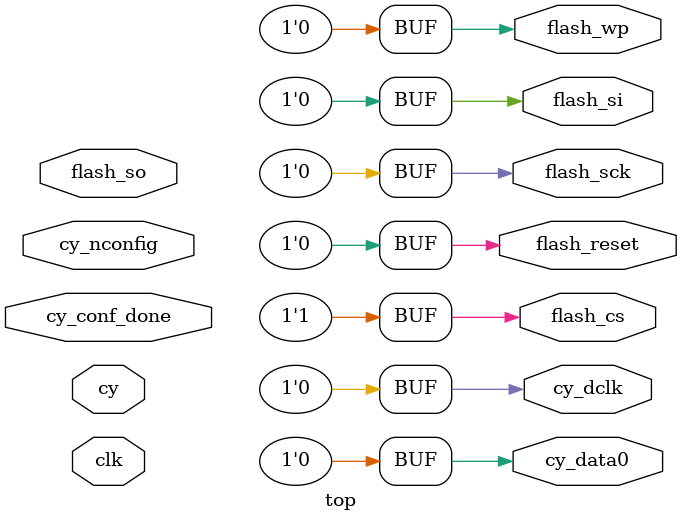
<source format=v>
module top(
	input clk,

	output flash_si,
	output flash_reset,
	output flash_wp,
	output flash_cs,
	output flash_sck,
	input flash_so,
	
	output cy_dclk,
	output cy_data0,
	input cy_nconfig,
	input cy_conf_done,

	inout [12:0] cy
);

assign flash_si = 0;
assign flash_reset = 0;
assign flash_wp = 0;
assign flash_cs = 1'b1;
assign flash_sck = 0;

assign cy_dclk = 0;
assign cy_data0 = 0;

endmodule

</source>
